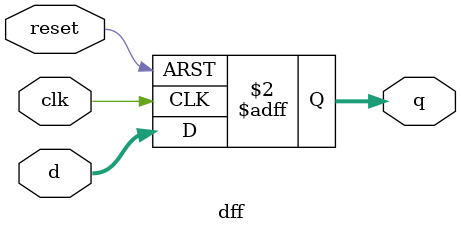
<source format=sv>
`ifndef DFF
`define DFF

`timescale 1ns/100ps

module dff #(parameter WIDTH = 8)
              (input                  clk, reset,
               input      [WIDTH-1:0] d, 
               output reg [WIDTH-1:0] q);

  always @(posedge clk, posedge reset)
    if (reset) q <= 0;
    else       q <= d;
endmodule

`endif // DFF

</source>
